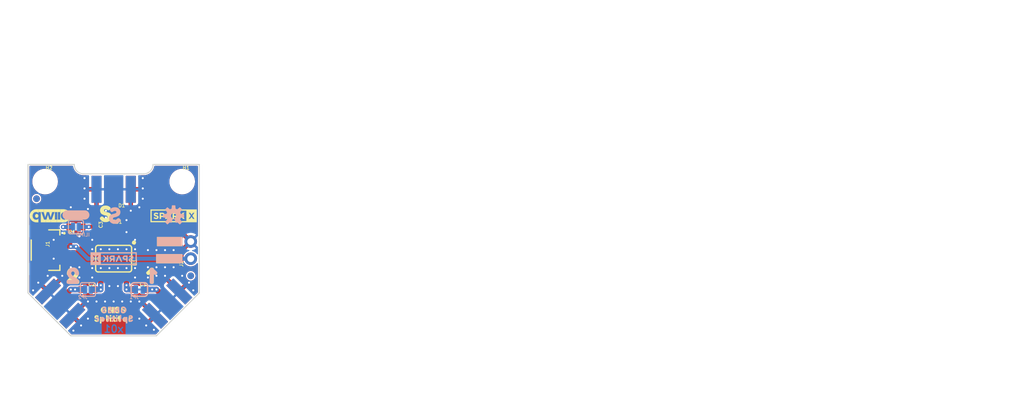
<source format=kicad_pcb>
(kicad_pcb (version 20211014) (generator pcbnew)
  (layers (0 "F.Cu" signal) (31 "B.Cu" signal) (34 "B.Paste" user) (35 "F.Paste" user) (36 "B.SilkS" user "B.Silkscreen") (37 "F.SilkS" user "F.Silkscreen") (38 "B.Mask" user) (39 "F.Mask" user) (44 "Edge.Cuts" user))
  (net 0 "")
  (net 1 "N$1")
  (net 2 "N$3")
  (net 3 "N$5")
  (net 4 "N$6")
  (net 5 "GND")
  (net 6 "RF")
  (net 7 "N$2")
  (net 8 "VCC")
  (footprint "eagleBoard:0402" (layer "F.Cu") (at 149.1361 99.1616)
    (fp_text reference "D1" (at 0 -0.762) (layer "F.SilkS") (effects (font (size 0.512064 0.512064) (thickness 0.097536)) (justify left)))
    (fp_text value "PESD0402-0402")
    (pad "1" smd roundrect (at -0.58 0) (size 0.85 0.9) (layers "F.Cu" "F.Paste" "F.Mask") (roundrect_rratio 0.05976470588) (net 6 "RF"))
    (pad "2" smd roundrect (at 0.58 0) (size 0.85 0.9) (layers "F.Cu" "F.Paste" "F.Mask") (roundrect_rratio 0.05976470588) (net 5 "GND"))
  )
  (footprint "eagleBoard:0603" (layer "F.Cu") (at 142.9131 101.5746 180)
    (fp_text reference "R1" (at 0 -0.762) (layer "F.SilkS") (effects (font (size 0.512064 0.512064) (thickness 0.097536)) (justify right)))
    (fp_text value "10")
    (pad "1" smd roundrect (at -0.85 0 180) (size 1.1 1) (layers "F.Cu" "F.Paste" "F.Mask") (roundrect_rratio 0.0508) (net 7 "N$2"))
    (pad "2" smd roundrect (at 0.85 0 180) (size 1.1 1) (layers "F.Cu" "F.Paste" "F.Mask") (roundrect_rratio 0.0508) (net 8 "VCC"))
  )
  (footprint "eagleBoard:1X02_NO_SILK" (layer "F.Cu") (at 159.9311 106.2736 90)
    (fp_text reference "J2" (at -1.27 -1.397 90) (layer "F.SilkS") (effects (font (size 0.512064 0.512064) (thickness 0.097536)) (justify left)))
    (fp_text value "")
    (pad "1" thru_hole circle (at 0 0 180) (size 1.8796 1.8796) (drill 1.016) (layers *.Cu *.Mask) (net 8 "VCC"))
    (pad "2" thru_hole circle (at 2.54 0 180) (size 1.8796 1.8796) (drill 1.016) (layers *.Cu *.Mask) (net 5 "GND"))
  )
  (footprint "eagleBoard:20" (layer "F.Cu") (at 142.6591 108.8136)
    (fp_text reference "U$4" hide)
    (fp_text value "" hide)
  )
  (footprint "eagleBoard:0603" (layer "F.Cu") (at 145.8341 100.6856 -90)
    (fp_text reference "C3" (at 0 -0.762 90) (layer "F.SilkS") (effects (font (size 0.512064 0.512064) (thickness 0.097536)) (justify right)))
    (fp_text value "47pF")
    (pad "1" smd roundrect (at -0.85 0 270) (size 1.1 1) (layers "F.Cu" "F.Paste" "F.Mask") (roundrect_rratio 0.0508) (net 5 "GND"))
    (pad "2" smd roundrect (at 0.85 0 270) (size 1.1 1) (layers "F.Cu" "F.Paste" "F.Mask") (roundrect_rratio 0.0508) (net 7 "N$2"))
  )
  (footprint "eagleBoard:FIDUCIAL-1X2" (layer "F.Cu") (at 159.9311 108.8136)
    (fp_text reference "FD4" hide)
    (fp_text value "FIDUCIAL1X2" hide)
    (pad "1" smd roundrect (at 0 0) (size 1 1) (layers "F.Cu" "F.Mask") (roundrect_rratio 0.5))
  )
  (footprint "eagleBoard:GNSS0" (layer "F.Cu") (at 148.5011 113.8936)
    (fp_text reference "U$13" hide)
    (fp_text value "" hide)
  )
  (footprint "eagleBoard:STAND-OFF" (layer "F.Cu") (at 158.6611 94.8436)
    (fp_text reference "H1" (at 0 -2.032) (layer "F.SilkS") (effects (font (size 0.512064 0.512064) (thickness 0.097536)) (justify left)))
    (fp_text value "STAND-OFF")
    (pad "" np_thru_hole circle (at 0 0) (size 3.302 3.302) (drill 3.302) (layers *.Cu *.Mask))
  )
  (footprint "eagleBoard:CREATIVE_COMMONS" (layer "F.Cu") (at 200.5711 127.8636)
    (fp_text reference "FRAME1" hide)
    (fp_text value "FRAME-LETTER" hide)
  )
  (footprint "eagleBoard:SPARKX-SMALL" (layer "F.Cu") (at 157.3911 99.9236)
    (fp_text reference "U$1" hide)
    (fp_text value "SPARKX-LOGO3" hide)
  )
  (footprint "eagleBoard:ORDERING_INSTRUCTIONS" (layer "F.Cu") (at 173.9011 68.1736)
    (fp_text reference "LOGO3" hide)
    (fp_text value "SPECIAL_INSTRUCTIONS-ORDERING" hide)
  )
  (footprint "eagleBoard:FIDUCIAL-1X2" (layer "F.Cu") (at 137.0711 97.3836)
    (fp_text reference "FD2" hide)
    (fp_text value "FIDUCIAL1X2" hide)
    (pad "1" smd roundrect (at 0 0) (size 1 1) (layers "F.Cu" "F.Mask") (roundrect_rratio 0.5))
  )
  (footprint "eagleBoard:QWIIC_6MM" (layer "F.Cu") (at 139.1031 99.9236)
    (fp_text reference "LOGO2" hide)
    (fp_text value "QWIIC_LOGO_6MM" hide)
  )
  (footprint "eagleBoard:SMA-EDGE" (layer "F.Cu") (at 148.5011 95.9866)
    (fp_text reference "S0" hide)
    (fp_text value "ANTENNA-SMA-GROUNDEDEDGE_SMA" hide)
    (pad "GND@0" smd roundrect (at -2.54 0) (size 1.5 4) (layers "F.Cu" "F.Mask") (roundrect_rratio 0.03386666667) (net 5 "GND"))
    (pad "GND@1" smd roundrect (at 2.54 0) (size 1.5 4) (layers "F.Cu" "F.Mask") (roundrect_rratio 0.03386666667) (net 5 "GND"))
    (pad "GND@2" smd roundrect (at -2.54 0) (size 1.5 4) (layers "B.Cu" "B.Mask") (roundrect_rratio 0.03386666667) (net 5 "GND"))
    (pad "GND@3" smd roundrect (at 2.54 0) (size 1.5 4) (layers "B.Cu" "B.Mask") (roundrect_rratio 0.03386666667) (net 5 "GND"))
    (pad "SIG" smd roundrect (at 0 0) (size 1.5 4) (layers "F.Cu" "F.Mask") (roundrect_rratio 0.03386666667) (net 6 "RF"))
  )
  (footprint "eagleBoard:P0" (layer "F.Cu") (at 146.8501 115.4176)
    (fp_text reference "U$14" hide)
    (fp_text value "" hide)
  )
  (footprint "eagleBoard:#GND#0" (layer "F.Cu") (at 159.0421 103.7336)
    (fp_text reference "U$9" hide)
    (fp_text value "" hide)
  )
  (footprint "eagleBoard:XX21" (layer "F.Cu") (at 148.5011 106.2736 180)
    (fp_text reference "U1" (at -3.175 0 90) (layer "F.SilkS") (effects (font (size 0.512064 0.512064) (thickness 0.097536)) (justify right)))
    (fp_text value "BP2G1+_POWER_SPLITTER")
    (pad "1" smd roundrect (at -1.905 2.8 180) (size 0.6 1.2) (layers "F.Cu" "F.Paste" "F.Mask") (roundrect_rratio 0.15) (net 5 "GND"))
    (pad "2" smd roundrect (at -0.635 2.8 180) (size 0.6 1.2) (layers "F.Cu" "F.Paste" "F.Mask") (roundrect_rratio 0.15) (net 6 "RF"))
    (pad "3" smd roundrect (at 0.635 2.8 180) (size 0.6 1.2) (layers "F.Cu" "F.Paste" "F.Mask") (roundrect_rratio 0.15) (net 5 "GND"))
    (pad "4" smd roundrect (at 1.905 2.8 180) (size 0.6 1.2) (layers "F.Cu" "F.Paste" "F.Mask") (roundrect_rratio 0.15) (net 5 "GND"))
    (pad "5" smd roundrect (at 1.905 -2.8 180) (size 0.6 1.2) (layers "F.Cu" "F.Paste" "F.Mask") (roundrect_rratio 0.15) (net 2 "N$3"))
    (pad "6" smd roundrect (at 0.635 -2.8 180) (size 0.6 1.2) (layers "F.Cu" "F.Paste" "F.Mask") (roundrect_rratio 0.15) (net 5 "GND"))
    (pad "7" smd roundrect (at -0.635 -2.8 180) (size 0.6 1.2) (layers "F.Cu" "F.Paste" "F.Mask") (roundrect_rratio 0.15) (net 5 "GND"))
    (pad "8" smd roundrect (at -1.905 -2.8 180) (size 0.6 1.2) (layers "F.Cu" "F.Paste" "F.Mask") (roundrect_rratio 0.15) (net 1 "N$1"))
  )
  (footprint "eagleBoard:0603" (layer "F.Cu") (at 148.2471 101.5746)
    (fp_text reference "FB1" (at 0 -0.762) (layer "F.SilkS") (effects (font (size 0.512064 0.512064) (thickness 0.097536)) (justify left)))
    (fp_text value "30Ω/1.8A")
    (pad "1" smd roundrect (at -0.85 0) (size 1.1 1) (layers "F.Cu" "F.Paste" "F.Mask") (roundrect_rratio 0.0508) (net 7 "N$2"))
    (pad "2" smd roundrect (at 0.85 0) (size 1.1 1) (layers "F.Cu" "F.Paste" "F.Mask") (roundrect_rratio 0.0508) (net 6 "RF"))
  )
  (footprint "eagleBoard:#VCC#0" (layer "F.Cu") (at 159.0421 106.2736)
    (fp_text reference "U$11" hide)
    (fp_text value "" hide)
  )
  (footprint "eagleBoard:0603" (layer "F.Cu") (at 152.3111 110.8456)
    (fp_text reference "C1" (at -0.000004 -0.761996) (layer "F.SilkS") (effects (font (size 0.512064 0.512064) (thickness 0.097536)) (justify left)))
    (fp_text value "47pF")
    (pad "1" smd roundrect (at -0.85 0) (size 1.1 1) (layers "F.Cu" "F.Paste" "F.Mask") (roundrect_rratio 0.0508) (net 1 "N$1"))
    (pad "2" smd roundrect (at 0.85 0) (size 1.1 1) (layers "F.Cu" "F.Paste" "F.Mask") (roundrect_rratio 0.0508) (net 4 "N$6"))
  )
  (footprint "eagleBoard:0603" (layer "F.Cu") (at 144.6911 110.8456)
    (fp_text reference "C2" (at -0.000004 -0.761996) (layer "F.SilkS") (effects (font (size 0.512064 0.512064) (thickness 0.097536)) (justify left)))
    (fp_text value "47pF")
    (pad "1" smd roundrect (at -0.85 0) (size 1.1 1) (layers "F.Cu" "F.Paste" "F.Mask") (roundrect_rratio 0.0508) (net 3 "N$5"))
    (pad "2" smd roundrect (at 0.85 0) (size 1.1 1) (layers "F.Cu" "F.Paste" "F.Mask") (roundrect_rratio 0.0508) (net 2 "N$3"))
  )
  (footprint "eagleBoard:STAND-OFF" (layer "F.Cu") (at 138.3411 94.8436)
    (fp_text reference "H2" (at 0 -2.032) (layer "F.SilkS") (effects (font (size 0.512064 0.512064) (thickness 0.097536)) (justify left)))
    (fp_text value "STAND-OFF")
    (pad "" np_thru_hole circle (at 0 0) (size 3.302 3.302) (drill 3.302) (layers *.Cu *.Mask))
  )
  (footprint "eagleBoard:S__LITTER0" (layer "F.Cu") (at 148.5011 115.1636)
    (fp_text reference "U$15" hide)
    (fp_text value "" hide)
  )
  (footprint "eagleBoard:SMA-EDGE" (layer "F.Cu") (at 140.5636 112.9411 135)
    (fp_text reference "UNK2" hide)
    (fp_text value "ANTENNA-SMA-GROUNDEDEDGE_SMA" hide)
    (pad "GND@0" smd roundrect (at -2.54 0 135) (size 1.5 4) (layers "F.Cu" "F.Mask") (roundrect_rratio 0.03386666667) (net 5 "GND"))
    (pad "GND@1" smd roundrect (at 2.54 0 135) (size 1.5 4) (layers "F.Cu" "F.Mask") (roundrect_rratio 0.03386666667) (net 5 "GND"))
    (pad "GND@2" smd roundrect (at -2.54 0 135) (size 1.5 4) (layers "B.Cu" "B.Mask") (roundrect_rratio 0.03386666667) (net 5 "GND"))
    (pad "GND@3" smd roundrect (at 2.54 0 135) (size 1.5 4) (layers "B.Cu" "B.Mask") (roundrect_rratio 0.03386666667) (net 5 "GND"))
    (pad "SIG" smd roundrect (at 0 0 135) (size 1.5 4) (layers "F.Cu" "F.Mask") (roundrect_rratio 0.03386666667) (net 3 "N$5"))
  )
  (footprint "eagleBoard:JST04_1MM_RA" (layer "F.Cu") (at 140.8811 105.0036 -90)
    (fp_text reference "J1" (at -1.397 2.159 90) (layer "F.SilkS") (effects (font (size 0.512064 0.512064) (thickness 0.097536)) (justify right)))
    (fp_text value "QWIIC_RIGHT_ANGLE")
    (pad "1" smd roundrect (at -1.5 0 270) (size 0.6 1.35) (layers "F.Cu" "F.Paste" "F.Mask") (roundrect_rratio 0.08466666667) (net 5 "GND"))
    (pad "2" smd roundrect (at -0.5 0 270) (size 0.6 1.35) (layers "F.Cu" "F.Paste" "F.Mask") (roundrect_rratio 0.08466666667) (net 8 "VCC"))
    (pad "3" smd roundrect (at 0.5 0 270) (size 0.6 1.35) (layers "F.Cu" "F.Paste" "F.Mask") (roundrect_rratio 0.08466666667))
    (pad "4" smd roundrect (at 1.5 0 270) (size 0.6 1.35) (layers "F.Cu" "F.Paste" "F.Mask") (roundrect_rratio 0.08466666667))
    (pad "NC1" smd roundrect (at 2.8 3.675 270) (size 1.2 2) (layers "F.Cu" "F.Paste" "F.Mask") (roundrect_rratio 0.04233333333))
    (pad "NC2" smd roundrect (at -2.8 3.675 270) (size 1.2 2) (layers "F.Cu" "F.Paste" "F.Mask") (roundrect_rratio 0.04233333333))
  )
  (footprint "eagleBoard:10" (layer "F.Cu") (at 154.0891 108.8136)
    (fp_text reference "U$3" hide)
    (fp_text value "" hide)
  )
  (footprint "eagleBoard:SMA-EDGE" (layer "F.Cu") (at 156.4386 112.9411 -135)
    (fp_text reference "UNK1" hide)
    (fp_text value "ANTENNA-SMA-GROUNDEDEDGE_SMA" hide)
    (pad "GND@0" smd roundrect (at -2.54 0 225) (size 1.5 4) (layers "F.Cu" "F.Mask") (roundrect_rratio 0.03386666667) (net 5 "GND"))
    (pad "GND@1" smd roundrect (at 2.54 0 225) (size 1.5 4) (layers "F.Cu" "F.Mask") (roundrect_rratio 0.03386666667) (net 5 "GND"))
    (pad "GND@2" smd roundrect (at -2.54 0 225) (size 1.5 4) (layers "B.Cu" "B.Mask") (roundrect_rratio 0.03386666667) (net 5 "GND"))
    (pad "GND@3" smd roundrect (at 2.54 0 225) (size 1.5 4) (layers "B.Cu" "B.Mask") (roundrect_rratio 0.03386666667) (net 5 "GND"))
    (pad "SIG" smd roundrect (at 0 0 225) (size 1.5 4) (layers "F.Cu" "F.Mask") (roundrect_rratio 0.03386666667) (net 4 "N$6"))
  )
  (footprint "eagleBoard:S0" (layer "F.Cu") (at 147.4851 99.6696)
    (fp_text reference "U$5" hide)
    (fp_text value "" hide)
  )
  (footprint "eagleBoard:20" (layer "B.Cu") (at 142.2781 108.8136 180)
    (fp_text reference "U$8" hide)
    (fp_text value "" hide)
  )
  (footprint "eagleBoard:#GND#1" (layer "B.Cu") (at 159.0421 103.7336 180)
    (fp_text reference "U$10" hide)
    (fp_text value "" hide)
  )
  (footprint "eagleBoard:#ILIM#0" (layer "B.Cu") (at 142.9131 99.7966 180)
    (fp_text reference "U$19" hide)
    (fp_text value "" hide)
  )
  (footprint "eagleBoard:S__LITTER0" (layer "B.Cu") (at 148.5011 115.1636 180)
    (fp_text reference "U$17" hide)
    (fp_text value "" hide)
  )
  (footprint "eagleBoard:SMT-JUMPER_2_NC_TRACE_SILK" (layer "B.Cu") (at 152.3111 110.8456)
    (fp_text reference "JP1" (at 0 1.143004 -180) (layer "B.SilkS") (effects (font (size 0.512064 0.512064) (thickness 0.097536)) (justify left mirror)))
    (fp_text value "JUMPER-SMT_2_NC_TRACE_SILK")
    (fp_poly (pts (xy 0.70485 -0.13335) (xy -0.03175 -0.13335) (xy -0.03175 0.13335) (xy 0.70485 0.13335)) (layer "B.Cu") (width 0) (fill solid))
    (fp_poly (pts (xy 0.03175 -0.13335) (xy -0.70485 -0.13335) (xy -0.70485 0.13335) (xy 0.03175 0.13335)) (layer "B.Cu") (width 0) (fill solid))
    (pad "1" smd roundrect (at -0.5207 0) (size 0.6604 1.27) (layers "B.Cu" "B.Mask") (roundrect_rratio 0.07692307692) (net 1 "N$1"))
    (pad "2" smd roundrect (at 0.5207 0) (size 0.6604 1.27) (layers "B.Cu" "B.Mask") (roundrect_rratio 0.07692307692) (net 4 "N$6"))
  )
  (footprint "eagleBoard:SPARKX-SMALL" (layer "B.Cu") (at 148.5011 106.2736 180)
    (fp_text reference "U$2" hide)
    (fp_text value "SPARKX-LOGO3" hide)
  )
  (footprint "eagleBoard:#VCC#1" (layer "B.Cu") (at 159.0421 106.2736 180)
    (fp_text reference "U$12" hide)
    (fp_text value "" hide)
  )
  (footprint "eagleBoard:FIDUCIAL-1X2" (layer "B.Cu") (at 159.9311 108.8136 180)
    (fp_text reference "FD3" hide)
    (fp_text value "FIDUCIAL1X2" hide)
    (pad "1" smd roundrect (at 0 0 180) (size 1 1) (layers "B.Cu" "B.Mask") (roundrect_rratio 0.5))
  )
  (footprint "eagleBoard:SMT-JUMPER_2_NO_SILK" (layer "B.Cu") (at 142.9131 101.5746)
    (fp_text reference "ILIM0" (at 0 1.143) (layer "B.SilkS") (effects (font (size 0.512064 0.512064) (thickness 0.097536)) (justify right mirror)))
    (fp_text value "JUMPER-SMT_2_NO_SILK")
    (pad "1" smd roundrect (at -0.4064 0) (size 0.635 1.27) (layers "B.Cu" "B.Mask") (roundrect_rratio 0.08) (net 8 "VCC"))
    (pad "2" smd roundrect (at 0.4064 0) (size 0.635 1.27) (layers "B.Cu" "B.Mask") (roundrect_rratio 0.08) (net 7 "N$2"))
  )
  (footprint "eagleBoard:P0" (layer "B.Cu") (at 150.1521 115.4176 180)
    (fp_text reference "U$18" hide)
    (fp_text value "" hide)
  )
  (footprint "eagleBoard:SMT-JUMPER_2_NO_SILK" (layer "B.Cu") (at 144.6911 110.8456)
    (fp_text reference "JP2" (at 0 1.143004 -180) (layer "B.SilkS") (effects (font (size 0.512064 0.512064) (thickness 0.097536)) (justify left mirror)))
    (fp_text value "JUMPER-SMT_2_NO_SILK")
    (pad "1" smd roundrect (at -0.4064 0) (size 0.635 1.27) (layers "B.Cu" "B.Mask") (roundrect_rratio 0.08) (net 3 "N$5"))
    (pad "2" smd roundrect (at 0.4064 0) (size 0.635 1.27) (layers "B.Cu" "B.Mask") (roundrect_rratio 0.08) (net 2 "N$3"))
  )
  (footprint "eagleBoard:S0" (layer "B.Cu") (at 148.5011 99.9236 180)
    (fp_text reference "U$6" hide)
    (fp_text value "" hide)
  )
  (footprint "eagleBoard:OSHW-LOGO-S" (layer "B.Cu") (at 157.3911 99.9236 180)
    (fp_text reference "LOGO1" hide)
    (fp_text value "OSHW-LOGOS" hide)
  )
  (footprint "eagleBoard:10" (layer "B.Cu") (at 154.2161 108.8136 180)
    (fp_text reference "U$7" hide)
    (fp_text value "" hide)
  )
  (footprint "eagleBoard:FIDUCIAL-1X2" (layer "B.Cu") (at 137.0711 97.3836 180)
    (fp_text reference "FD1" hide)
    (fp_text value "FIDUCIAL1X2" hide)
    (pad "1" smd roundrect (at 0 0 180) (size 1 1) (layers "B.Cu" "B.Mask") (roundrect_rratio 0.5))
  )
  (footprint "eagleBoard:GNSS0" (layer "B.Cu") (at 148.5011 113.8936 180)
    (fp_text reference "U$16" hide)
    (fp_text value "" hide)
  )
  (gr_line (start 135.8011 92.3036) (end 135.8011 111.3536) (layer "Edge.Cuts") (width 0.1524))
  (gr_line (start 161.2011 92.3036) (end 154.3431 92.3036) (layer "Edge.Cuts") (width 0.1524))
  (gr_arc (start 144.0561 93.7006) (mid 143.068272 93.291428) (end 142.6591 92.3036) (layer "Edge.Cuts") (width 0.1524))
  (gr_arc (start 154.3431 92.3036) (mid 153.933928 93.291428) (end 152.9461 93.7006) (layer "Edge.Cuts") (width 0.1524))
  (gr_line (start 135.8011 111.3536) (end 142.1511 117.7036) (layer "Edge.Cuts") (width 0.1524))
  (gr_line (start 161.2011 111.3536) (end 161.2011 92.3036) (layer "Edge.Cuts") (width 0.1524))
  (gr_line (start 152.9461 93.7006) (end 144.0561 93.7006) (layer "Edge.Cuts") (width 0.1524))
  (gr_line (start 142.1511 117.7036) (end 154.8511 117.7036) (layer "Edge.Cuts") (width 0.1524))
  (gr_line (start 142.6591 92.3036) (end 135.8011 92.3036) (layer "Edge.Cuts") (width 0.1524))
  (gr_line (start 154.8511 117.7036) (end 161.2011 111.3536) (layer "Edge.Cuts") (width 0.1524))
  (gr_text "x01" (at 148.5011 117.3226) (layer "B.Cu") (effects (font (size 1.0795 1.0795) (thickness 0.1905)) (justify bottom mirror)))
  (segment (start 151.4611 110.8456) (end 150.4061 110.8456) (width 0.8128) (layer "F.Cu") (net 1))
  (segment (start 150.4061 109.0736) (end 150.4061 110.2106) (width 0.8128) (layer "F.Cu") (net 1))
  (segment (start 150.4061 110.8456) (end 150.4061 110.2106) (width 0.8128) (layer "F.Cu") (net 1))
  (via (at 150.4061 110.2106) (size 0.6556) (drill 0.3) (layers "F.Cu" "B.Cu") (net 1))
  (via (at 150.4061 110.8456) (size 0.6556) (drill 0.3) (layers "F.Cu" "B.Cu") (net 1))
  (segment (start 151.6888 110.8456) (end 151.7904 110.8456) (width 0.4064) (layer "B.Cu") (net 1))
  (segment (start 150.4061 110.2106) (end 150.4061 110.8456) (width 0.8128) (layer "B.Cu") (net 1))
  (segment (start 150.4061 110.8456) (end 151.6888 110.8456) (width 0.8128) (layer "B.Cu") (net 1))
  (segment (start 146.5961 109.0736) (end 146.5961 110.2106) (width 0.8128) (layer "F.Cu") (net 2))
  (segment (start 146.5961 110.8456) (end 145.5411 110.8456) (width 0.8128) (layer "F.Cu") (net 2))
  (segment (start 146.5961 110.2106) (end 146.5961 110.8456) (width 0.8128) (layer "F.Cu") (net 2))
  (via (at 146.5961 110.2106) (size 0.6556) (drill 0.3) (layers "F.Cu" "B.Cu") (net 2))
  (via (at 146.5961 110.8456) (size 0.6556) (drill 0.3) (layers "F.Cu" "B.Cu") (net 2))
  (segment (start 146.5961 110.8456) (end 145.1864 110.8456) (width 0.8128) (layer "B.Cu") (net 2))
  (segment (start 146.5961 110.2106) (end 146.5961 110.8456) (width 0.8128) (layer "B.Cu") (net 2))
  (segment (start 145.1864 110.8456) (end 145.0975 110.8456) (width 0.4064) (layer "B.Cu") (net 2))
  (segment (start 142.1511 110.8456) (end 142.7861 110.8456) (width 0.8128) (layer "F.Cu") (net 3))
  (segment (start 143.8411 110.8456) (end 142.7861 110.8456) (width 0.8128) (layer "F.Cu") (net 3))
  (segment (start 140.5636 112.4331) (end 142.1511 110.8456) (width 0.8128) (layer "F.Cu") (net 3))
  (segment (start 140.5636 112.9411) (end 140.5636 112.4331) (width 0.8128) (layer "F.Cu") (net 3))
  (via (at 142.1511 110.8456) (size 0.6556) (drill 0.3) (layers "F.Cu" "B.Cu") (net 3))
  (via (at 142.7861 110.8456) (size 0.6556) (drill 0.3) (layers "F.Cu" "B.Cu") (net 3))
  (segment (start 142.7861 110.8456) (end 144.1958 110.8456) (width 0.8128) (layer "B.Cu") (net 3))
  (segment (start 142.7861 110.8456) (end 142.1511 110.8456) (width 0.8128) (layer "B.Cu") (net 3))
  (segment (start 144.1958 110.8456) (end 144.2847 110.8456) (width 0.4064) (layer "B.Cu") (net 3))
  (segment (start 156.4386 112.4331) (end 154.8511 110.8456) (width 0.8128) (layer "F.Cu") (net 4))
  (segment (start 153.1611 110.8456) (end 154.2161 110.8456) (width 0.8128) (layer "F.Cu") (net 4))
  (segment (start 156.4386 112.9411) (end 156.4386 112.4331) (width 0.8128) (layer "F.Cu") (net 4))
  (segment (start 154.8511 110.8456) (end 154.2161 110.8456) (width 0.8128) (layer "F.Cu") (net 4))
  (via (at 154.8511 110.8456) (size 0.6556) (drill 0.3) (layers "F.Cu" "B.Cu") (net 4))
  (via (at 154.2161 110.8456) (size 0.6556) (drill 0.3) (layers "F.Cu" "B.Cu") (net 4))
  (segment (start 154.2161 110.8456) (end 154.8511 110.8456) (width 0.8128) (layer "B.Cu") (net 4))
  (segment (start 154.2161 110.8456) (end 152.9334 110.8456) (width 0.8128) (layer "B.Cu") (net 4))
  (segment (start 152.9334 110.8456) (end 152.8318 110.8456) (width 0.4064) (layer "B.Cu") (net 4))
  (segment (start 149.7161 99.1616) (end 149.3901 99.1616) (width 0.3048) (layer "F.Cu") (net 5))
  (segment (start 149.3901 99.1616) (end 149.3901 98.3996) (width 0.508) (layer "F.Cu") (net 5))
  (segment (start 149.3901 99.1616) (end 149.3901 99.9236) (width 0.508) (layer "F.Cu") (net 5))
  (via (at 145.3261 103.4796) (size 0.6556) (drill 0.3) (layers "F.Cu" "B.Cu") (net 5))
  (via (at 153.3271 116.1796) (size 0.6556) (drill 0.3) (layers "F.Cu" "B.Cu") (net 5))
  (via (at 159.6771 109.8296) (size 0.6556) (drill 0.3) (layers "F.Cu" "B.Cu") (net 5))
  (via (at 152.3111 112.6236) (size 0.6556) (drill 0.3) (layers "F.Cu" "B.Cu") (net 5))
  (via (at 152.8191 94.3356) (size 0.6556) (drill 0.3) (layers "F.Cu" "B.Cu") (net 5))
  (via (at 136.5631 110.9726) (size 0.6556) (drill 0.3) (layers "F.Cu" "B.Cu") (net 5))
  (via (at 148.5011 112.6236) (size 0.6556) (drill 0.3) (layers "F.Cu" "B.Cu") (net 5))
  (via (at 157.3911 105.0036) (size 0.6556) (drill 0.3) (layers "F.Cu" "B.Cu") (net 5))
  (via (at 152.8191 95.8596) (size 0.6556) (drill 0.3) (layers "F.Cu" "B.Cu") (net 5))
  (via (at 156.1211 108.8136) (size 0.6556) (drill 0.3) (layers "F.Cu" "B.Cu") (net 5))
  (via (at 150.4061 107.6706) (size 0.6556) (drill 0.3) (layers "F.Cu" "B.Cu") (net 5))
  (via (at 143.4211 107.5436) (size 0.6556) (drill 0.3) (layers "F.Cu" "B.Cu") (net 5))
  (via (at 157.3911 107.5436) (size 0.6556) (drill 0.3) (layers "F.Cu" "B.Cu") (net 5))
  (via (at 143.4211 109.0676) (size 0.6556) (drill 0.3) (layers "F.Cu" "B.Cu") (net 5))
  (via (at 149.1361 110.3376) (size 0.6556) (drill 0.3) (layers "F.Cu" "B.Cu") (net 5))
  (via (at 149.1361 104.8766) (size 0.6556) (drill 0.3) (layers "F.Cu" "B.Cu") (net 5))
  (via (at 151.6761 107.6706) (size 0.6556) (drill 0.3) (layers "F.Cu" "B.Cu") (net 5))
  (via (at 145.3261 104.8766) (size 0.6556) (drill 0.3) (layers "F.Cu" "B.Cu") (net 5))
  (via (at 137.3251 109.8296) (size 0.6556) (drill 0.3) (layers "F.Cu" "B.Cu") (net 5))
  (via (at 140.8811 102.4636) (size 0.6556) (drill 0.3) (layers "F.Cu" "B.Cu") (net 5))
  (via (at 151.6761 109.0676) (size 0.6556) (drill 0.3) (layers "F.Cu" "B.Cu") (net 5))
  (via (at 139.6111 103.4796) (size 0.6556) (drill 0.3) (layers "F.Cu" "B.Cu") (net 5))
  (via (at 144.6911 115.1636) (size 0.6556) (drill 0.3) (layers "F.Cu" "B.Cu") (net 5))
  (via (at 154.8511 105.0036) (size 0.6556) (drill 0.3) (layers "F.Cu" "B.Cu") (net 5))
  (via (at 145.3261 107.6706) (size 0.6556) (drill 0.3) (layers "F.Cu" "B.Cu") (net 5))
  (via (at 152.3111 98.6536) (size 0.6556) (drill 0.3) (layers "F.Cu" "B.Cu") (net 5))
  (via (at 147.3581 100.1776) (size 0.6556) (drill 0.3) (layers "F.Cu" "B.Cu") (net 5))
  (via (at 146.5961 104.8766) (size 0.6556) (drill 0.3) (layers "F.Cu" "B.Cu") (net 5))
  (via (at 147.3581 99.1616) (size 0.6556) (drill 0.3) (layers "F.Cu" "B.Cu") (net 5))
  (via (at 138.7221 108.8136) (size 0.6556) (drill 0.3) (layers "F.Cu" "B.Cu") (net 5))
  (via (at 151.6761 104.8766) (size 0.6556) (drill 0.3) (layers "F.Cu" "B.Cu") (net 5))
  (via (at 150.4061 104.8766) (size 0.6556) (drill 0.3) (layers "F.Cu" "B.Cu") (net 5))
  (via (at 154.4701 116.8146) (size 0.6556) (drill 0.3) (layers "F.Cu" "B.Cu") (net 5))
  (via (at 144.1831 94.3356) (size 0.6556) (drill 0.3) (layers "F.Cu" "B.Cu") (net 5))
  (via (at 142.1511 98.6536) (size 0.6556) (drill 0.3) (layers "F.Cu" "B.Cu") (net 5))
  (via (at 145.3261 109.0676) (size 0.6556) (drill 0.3) (layers "F.Cu" "B.Cu") (net 5))
  (via (at 153.5811 109.0676) (size 0.6556) (drill 0.3) (layers "F.Cu" "B.Cu") (net 5))
  (via (at 143.6751 116.1796) (size 0.6556) (drill 0.3) (layers "F.Cu" "B.Cu") (net 5))
  (via (at 144.1831 97.3836) (size 0.6556) (drill 0.3) (layers "F.Cu" "B.Cu") (net 5))
  (via (at 144.6911 98.9076) (size 0.6556) (drill 0.3) (layers "F.Cu" "B.Cu") (net 5))
  (via (at 147.8661 110.3376) (size 0.6556) (drill 0.3) (layers "F.Cu" "B.Cu") (net 5))
  (via (at 151.6761 103.4796) (size 0.6556) (drill 0.3) (layers "F.Cu" "B.Cu") (net 5))
  (via (at 146.5961 107.6706) (size 0.6556) (drill 0.3) (layers "F.Cu" "B.Cu") (net 5))
  (via (at 144.1831 95.8596) (size 0.6556) (drill 0.3) (layers "F.Cu" "B.Cu") (net 5))
  (via (at 153.5811 107.5436) (size 0.6556) (drill 0.3) (layers "F.Cu" "B.Cu") (net 5))
  (via (at 151.0411 99.1616) (size 0.6556) (drill 0.3) (layers "F.Cu" "B.Cu") (net 5))
  (via (at 142.5321 116.9416) (size 0.6556) (drill 0.3) (layers "F.Cu" "B.Cu") (net 5))
  (via (at 150.4061 102.3366) (size 0.6556) (drill 0.3) (layers "F.Cu" "B.Cu") (net 5))
  (via (at 147.2311 112.6236) (size 0.6556) (drill 0.3) (layers "F.Cu" "B.Cu") (net 5))
  (via (at 147.8661 104.8766) (size 0.6556) (drill 0.3) (layers "F.Cu" "B.Cu") (net 5))
  (via (at 147.8661 107.6706) (size 0.6556) (drill 0.3) (layers "F.Cu" "B.Cu") (net 5))
  (via (at 149.7711 112.6236) (size 0.6556) (drill 0.3) (layers "F.Cu" "B.Cu") (net 5))
  (via (at 154.8511 108.8136) (size 0.6556) (drill 0.3) (layers "F.Cu" "B.Cu") (net 5))
  (via (at 158.6611 108.8136) (size 0.6556) (drill 0.3) (layers "F.Cu" "B.Cu") (net 5))
  (via (at 150.4061 100.5586) (size 0.6556) (drill 0.3) (layers "F.Cu" "B.Cu") (net 5))
  (via (at 140.8811 108.8136) (size 0.6556) (drill 0.3) (layers "F.Cu" "B.Cu") (net 5))
  (via (at 145.9611 112.6236) (size 0.6556) (drill 0.3) (layers "F.Cu" "B.Cu") (net 5))
  (via (at 154.8511 107.5436) (size 0.6556) (drill 0.3) (layers "F.Cu" "B.Cu") (net 5))
  (via (at 143.4211 102.9716) (size 0.6556) (drill 0.3) (layers "F.Cu" "B.Cu") (net 5))
  (via (at 160.3121 110.9726) (size 0.6556) (drill 0.3) (layers "F.Cu" "B.Cu") (net 5))
  (via (at 139.6111 106.2736) (size 0.6556) (drill 0.3) (layers "F.Cu" "B.Cu") (net 5))
  (via (at 151.0411 112.6236) (size 0.6556) (drill 0.3) (layers "F.Cu" "B.Cu") (net 5))
  (via (at 153.5811 105.0036) (size 0.6556) (drill 0.3) (layers "F.Cu" "B.Cu") (net 5))
  (via (at 149.1361 107.6706) (size 0.6556) (drill 0.3) (layers "F.Cu" "B.Cu") (net 5))
  (via (at 152.3111 115.1636) (size 0.6556) (drill 0.3) (layers "F.Cu" "B.Cu") (net 5))
  (via (at 156.1211 105.0036) (size 0.6556) (drill 0.3) (layers "F.Cu" "B.Cu") (net 5))
  (via (at 142.1511 107.5436) (size 0.6556) (drill 0.3) (layers "F.Cu" "B.Cu") (net 5))
  (via (at 144.6911 112.6236) (size 0.6556) (drill 0.3) (layers "F.Cu" "B.Cu") (net 5))
  (via (at 156.1211 107.5436) (size 0.6556) (drill 0.3) (layers "F.Cu" "B.Cu") (net 5))
  (via (at 152.8191 97.3836) (size 0.6556) (drill 0.3) (layers "F.Cu" "B.Cu") (net 5))
  (segment (start 149.1361 101.6136) (end 149.0971 101.5746) (width 0.8128) (layer "F.Cu") (net 6))
  (segment (start 148.5561 96.0416) (end 148.5561 99.1616) (width 0.8128) (layer "F.Cu") (net 6))
  (segment (start 148.74368 100.389934) (end 148.640825 100.197506) (width 0.8128) (layer "F.Cu") (net 6))
  (segment (start 148.5561 99.771566) (end 148.5561 99.1616) (width 0.8128) (layer "F.Cu") (net 6))
  (segment (start 148.640825 100.197506) (end 148.5561 99.771566) (width 0.8128) (layer "F.Cu") (net 6))
  (segment (start 148.998755 100.710629) (end 148.8821 100.5586) (width 0.8128) (layer "F.Cu") (net 6))
  (segment (start 149.1361 103.4736) (end 149.1361 101.6136) (width 0.8128) (layer "F.Cu") (net 6))
  (segment (start 149.0971 101.077658) (end 149.072088 100.887669) (width 0.8128) (layer "F.Cu") (net 6))
  (segment (start 148.8821 100.5586) (end 148.8821 100.5586) (width 0.8128) (layer "F.Cu") (net 6))
  (segment (start 149.072088 100.887669) (end 148.998755 100.710629) (width 0.8128) (layer "F.Cu") (net 6))
  (segment (start 148.5011 95.9866) (end 148.5561 96.0416) (width 0.8128) (layer "F.Cu") (net 6))
  (segment (start 149.0971 101.077657) (end 149.0971 101.077658) (width 0.8128) (layer "F.Cu") (net 6))
  (segment (start 148.8821 100.5586) (end 148.74368 100.389934) (width 0.8128) (layer "F.Cu") (net 6))
  (segment (start 149.0971 101.5746) (end 149.0971 101.077657) (width 0.8128) (layer "F.Cu") (net 6))
  (segment (start 143.7631 101.5746) (end 143.8021 101.5356) (width 0.6096) (layer "F.Cu") (net 7))
  (segment (start 147.3971 101.5746) (end 147.3581 101.5356) (width 0.6096) (layer "F.Cu") (net 7))
  (segment (start 145.8341 101.5356) (end 144.8571 101.5356) (width 0.6096) (layer "F.Cu") (net 7))
  (segment (start 143.8021 101.5356) (end 144.8571 101.5356) (width 0.6096) (layer "F.Cu") (net 7))
  (segment (start 147.3581 101.5356) (end 145.8341 101.5356) (width 0.6096) (layer "F.Cu") (net 7))
  (segment (start 144.8571 101.5356) (end 144.8181 101.5746) (width 0.6096) (layer "F.Cu") (net 7))
  (via (at 144.8181 101.5746) (size 0.6556) (drill 0.3) (layers "F.Cu" "B.Cu") (net 7))
  (segment (start 144.8181 101.5746) (end 143.3195 101.5746) (width 0.6096) (layer "B.Cu") (net 7))
  (segment (start 142.0631 101.5746) (end 142.0631 104.4076) (width 0.6096) (layer "F.Cu") (net 8))
  (segment (start 140.8811 104.5036) (end 142.1431 104.5036) (width 0.6096) (layer "F.Cu") (net 8))
  (segment (start 142.9131 104.4956) (end 142.1511 104.4956) (width 0.6096) (layer "F.Cu") (net 8))
  (segment (start 142.1431 104.5036) (end 142.1511 104.4956) (width 0.6096) (layer "F.Cu") (net 8))
  (segment (start 142.1511 104.4956) (end 142.0631 104.4076) (width 0.6096) (layer "F.Cu") (net 8))
  (segment (start 142.0631 101.5746) (end 141.0081 101.5746) (width 0.6096) (layer "F.Cu") (net 8))
  (via (at 142.9131 104.4956) (size 0.6556) (drill 0.3) (layers "F.Cu" "B.Cu") (net 8))
  (via (at 142.1511 104.4956) (size 0.6556) (drill 0.3) (layers "F.Cu" "B.Cu") (net 8))
  (via (at 141.0081 101.5746) (size 0.6556) (drill 0.3) (layers "F.Cu" "B.Cu") (net 8))
  (segment (start 142.1511 104.4956) (end 142.9131 104.4956) (width 0.6096) (layer "B.Cu") (net 8))
  (segment (start 144.6911 106.2736) (end 159.9311 106.2736) (width 0.6096) (layer "B.Cu") (net 8))
  (segment (start 141.0081 101.5746) (end 142.5067 101.5746) (width 0.6096) (layer "B.Cu") (net 8))
  (segment (start 142.9131 104.4956) (end 144.6911 106.2736) (width 0.6096) (layer "B.Cu") (net 8))
  (zone (net 5) (net_name "GND") (layer "F.Cu") (priority 6) (connect_pads (clearance 0.2032)) (min_thickness 0.3048) (fill yes (thermal_gap 0.6596) (thermal_bridge_width 0.6596))
    (polygon (pts (xy 161.5059 118.0084) (xy 135.4963 118.0084) (xy 135.4963 91.9988) (xy 161.5059 91.9988)))
  )
  (zone (net 5) (net_name "GND") (layer "B.Cu") (priority 6) (connect_pads (clearance 0.2032)) (min_thickness 0.1524) (fill yes (thermal_gap 0.3548) (thermal_bridge_width 0.3548))
    (polygon (pts (xy 161.3535 117.856) (xy 135.6487 117.856) (xy 135.6487 92.1512) (xy 161.3535 92.1512)))
  )
)
</source>
